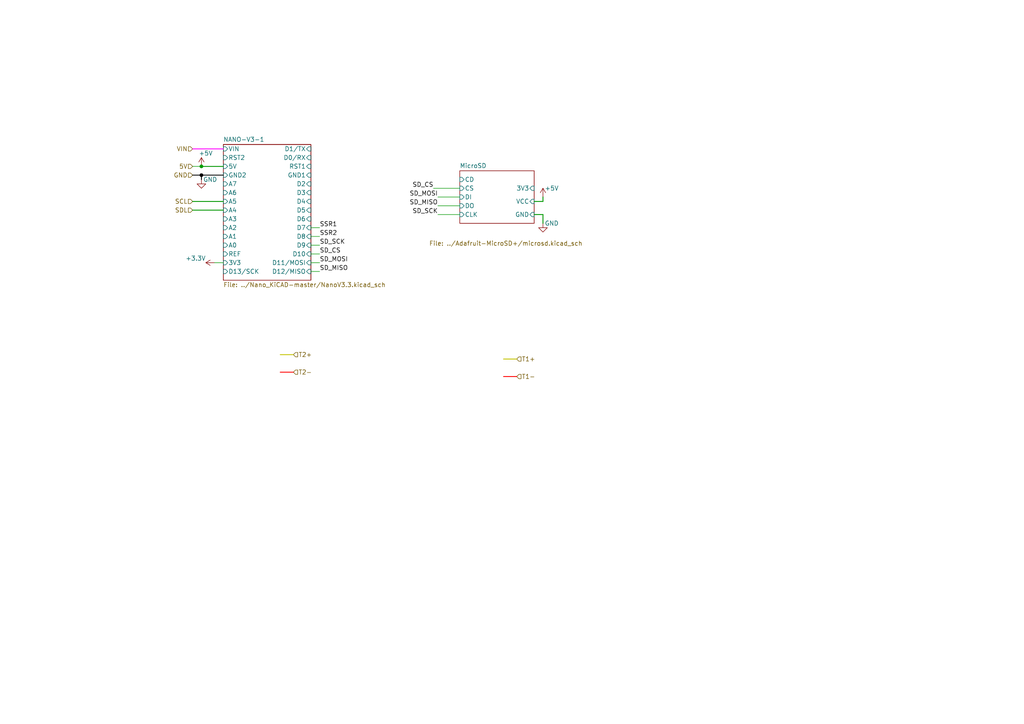
<source format=kicad_sch>
(kicad_sch (version 20230121) (generator eeschema)
  (paper "A4")
  (lib_symbols
    (symbol "GND_1" (power) (pin_names (offset 0))
      (property "Value" "GND_1" (at 0 -3.81 0))
      (symbol "GND_1_0_1"
        (polyline (pts (xy 0 0) (xy 0 -1.27) (xy 1.27 -1.27) (xy 0 -2.54) (xy -1.27 -1.27) (xy 0 -1.27)))
      )
      (symbol "GND_1_1_1"
        (pin power_in line (at 0 0 270) (length 0) hide (name "GND") (number "1"))
      )
    )
    (symbol "power:+3.3V" (power) (pin_names (offset 0))
      (property "Value" "+3.3V" (at 0 3.556 0))
      (symbol "+3.3V_0_1"
        (polyline (pts (xy -0.762 1.27) (xy 0 2.54)))
        (polyline (pts (xy 0 0) (xy 0 2.54)))
        (polyline (pts (xy 0 2.54) (xy 0.762 1.27)))
      )
      (symbol "+3.3V_1_1"
        (pin power_in line (at 0 0 90) (length 0) hide (name "+3.3V") (number "1"))
      )
    )
    (symbol "power:+5V" (power) (pin_names (offset 0))
      (property "Value" "+5V" (at 0 3.556 0))
      (symbol "+5V_0_1"
        (polyline (pts (xy -0.762 1.27) (xy 0 2.54)))
        (polyline (pts (xy 0 0) (xy 0 2.54)))
        (polyline (pts (xy 0 2.54) (xy 0.762 1.27)))
      )
      (symbol "+5V_1_1"
        (pin power_in line (at 0 0 90) (length 0) hide (name "+5V") (number "1"))
      )
    )
    (symbol "power:GND" (power) (pin_names (offset 0))
      (property "Value" "GND" (at 0 -3.81 0))
      (symbol "GND_0_1"
        (polyline (pts (xy 0 0) (xy 0 -1.27) (xy 1.27 -1.27) (xy 0 -2.54) (xy -1.27 -1.27) (xy 0 -1.27)))
      )
      (symbol "GND_1_1"
        (pin power_in line (at 0 0 270) (length 0) hide (name "GND") (number "1"))
      )
    )
  )
  (junction (at 58.42 50.8) (color 0 0 0 1))
  (junction (at 58.42 48.26))
  (wire (pts (xy 92.71 73.66) (xy 90.17 73.66)))
  (wire (pts (xy 90.17 66.04) (xy 92.71 66.04)))
  (wire (pts (xy 133.35 62.23) (xy 127 62.23)))
  (wire (pts (xy 157.48 57.15) (xy 157.48 58.42)) (stroke (width 0.25)))
  (wire (pts (xy 58.42 48.26) (xy 55.88 48.26)))
  (wire (pts (xy 157.48 62.23) (xy 157.48 64.77)) (stroke (width 0.25)))
  (wire (pts (xy 133.35 59.69) (xy 127 59.69)))
  (wire (pts (xy 90.17 68.58) (xy 92.71 68.58)))
  (wire (pts (xy 58.42 50.8) (xy 64.77 50.8)) (stroke (width 0.25) (color 0 0 0 1)))
  (wire (pts (xy 90.17 71.12) (xy 92.71 71.12)))
  (wire (pts (xy 55.88 50.8) (xy 58.42 50.8)) (stroke (width 0.25) (color 0 0 0 1)))
  (wire (pts (xy 157.48 58.42) (xy 154.94 58.42)) (stroke (width 0.25)))
  (wire (pts (xy 81.28 102.87) (xy 85.09 102.87)) (stroke (width 0.25) (color 194 194 0 1)))
  (wire (pts (xy 133.35 57.15) (xy 127 57.15)))
  (wire (pts (xy 64.77 60.96) (xy 55.88 60.96)) (stroke (width 0.25)))
  (wire (pts (xy 64.77 76.2) (xy 62.23 76.2)))
  (wire (pts (xy 81.28 107.95) (xy 85.09 107.95)) (stroke (width 0.25) (color 255 0 0 1)))
  (wire (pts (xy 92.71 78.74) (xy 90.17 78.74)))
  (wire (pts (xy 133.35 54.61) (xy 125.73 54.61)))
  (wire (pts (xy 64.77 58.42) (xy 55.88 58.42)) (stroke (width 0.25)))
  (wire (pts (xy 64.77 48.26) (xy 58.42 48.26)) (stroke (width 0.25)))
  (wire (pts (xy 55.88 43.18) (xy 64.77 43.18)) (stroke (width 0.25) (color 255 0 255 1)))
  (wire (pts (xy 146.05 109.22) (xy 149.86 109.22)) (stroke (width 0.25) (color 255 0 0 1)))
  (wire (pts (xy 157.48 62.23) (xy 154.94 62.23)) (stroke (width 0.25)))
  (wire (pts (xy 58.42 50.8) (xy 58.42 52.07)) (stroke (width 0.25) (color 0 0 0 1)))
  (wire (pts (xy 146.05 104.14) (xy 149.86 104.14)) (stroke (width 0.25) (color 194 194 0 1)))
  (wire (pts (xy 92.71 76.2) (xy 90.17 76.2)))
  (label "SD_CS" (at 125.73 54.61 180))
  (label "SD_MOSI" (at 92.71 76.2 0))
  (label "SD_MISO" (at 92.71 78.74 0))
  (label "SD_MISO" (at 127 59.69 180))
  (label "SD_SCK" (at 92.71 71.12 0))
  (label "SSR1" (at 92.71 66.04 0))
  (label "SD_MOSI" (at 127 57.15 180))
  (label "SD_CS" (at 92.71 73.66 0))
  (label "SD_SCK" (at 127 62.23 180))
  (label "SSR2" (at 92.71 68.58 0))
  (hierarchical_label "T2-" (shape input) (at 85.09 107.95 0))
  (hierarchical_label "T1-" (shape input) (at 149.86 109.22 0))
  (hierarchical_label "SDL" (shape input) (at 55.88 60.96 180))
  (hierarchical_label "T2+" (shape input) (at 85.09 102.87 0))
  (hierarchical_label "GND" (shape input) (at 55.88 50.8 180))
  (hierarchical_label "VIN" (shape input) (at 55.88 43.18 180))
  (hierarchical_label "5V" (shape input) (at 55.88 48.26 180))
  (hierarchical_label "SCL" (shape input) (at 55.88 58.42 180))
  (hierarchical_label "T1+" (shape input) (at 149.86 104.14 0))
  (symbol (lib_id "power:GND") (at 58.42 52.07 0) (mirror y) (unit 1)
    (property "Reference" "#PWR?" (effects hide))
    (property "Value" "GND" (at 60.96 52.07 0))
    (instances (project "MP_v3" (path "" (reference "#PWR?") (unit 1))) (project "press_electrical_prudentia_v2_0" (path "" (reference "#PWR010") (unit 1)) (path "" (reference "#PWR027") (unit 1)) (path "" (reference "#PWR029") (unit 1))))
  )
  (symbol (lib_name "GND_1") (lib_id "power:GND") (at 157.48 64.77 0) (unit 1)
    (property "Reference" "#PWR04" (effects hide))
    (property "Value" "GND" (at 160.02 64.77 0))
  )
  (symbol (lib_id "power:+5V") (at 58.42 48.26 0) (mirror y) (unit 1)
    (property "Reference" "#PWR048" (effects hide))
    (property "Value" "+5V" (at 59.69 44.45 0))
    (instances (project "press_electrical_prudentia_v2_0" (path "" (reference "#PWR048") (unit 1)) (path "" (reference "#PWR026") (unit 1)) (path "" (reference "#PWR028") (unit 1))))
  )
  (symbol (lib_id "power:+3.3V") (at 62.23 76.2 90) (mirror x) (unit 1)
    (property "Reference" "#PWR034" (effects hide))
    (property "Value" "+3.3V" (at 59.69 74.93 90) (effects (justify left)))
    (instances (project "press_electrical_prudentia_v2_0" (path "" (reference "#PWR034") (unit 1)) (path "" (reference "#PWR099") (unit 1))))
  )
  (symbol (lib_id "power:+5V") (at 157.48 57.15 0) (unit 1)
    (property "Reference" "#PWR03" (effects hide))
    (property "Value" "+5V" (at 160.02 54.61 0))
  )
  (sheet (at 64.77 41.91) (size 25.4 39.37) (stroke (width 0.1524))
    (property "Sheetname" "NANO-V3-1" (at 64.77 41.1984 0) (effects (justify left bottom)))
    (property "Sheetfile" "../Nano_KiCAD-master/NanoV3.3.kicad_sch" (at 64.77 81.8646 0) (effects (justify left top)))
    (pin "D2" input (at 90.17 53.34 0))
    (pin "D3" input (at 90.17 55.88 0))
    (pin "D4" input (at 90.17 58.42 0))
    (pin "D7" input (at 90.17 66.04 0))
    (pin "D8" input (at 90.17 68.58 0))
    (pin "D9" input (at 90.17 71.12 0))
    (pin "D10" input (at 90.17 73.66 0))
    (pin "D11{slash}MOSI" input (at 90.17 76.2 0))
    (pin "D12{slash}MISO" input (at 90.17 78.74 0))
    (pin "D1{slash}TX" input (at 90.17 43.18 0))
    (pin "D0{slash}RX" input (at 90.17 45.72 0))
    (pin "D6" input (at 90.17 63.5 0))
    (pin "D5" input (at 90.17 60.96 0))
    (pin "5V" input (at 64.77 48.26 180))
    (pin "3V3" input (at 64.77 76.2 180))
    (pin "A1" input (at 64.77 68.58 180))
    (pin "A2" input (at 64.77 66.04 180))
    (pin "A3" input (at 64.77 63.5 180))
    (pin "A0" input (at 64.77 71.12 180))
    (pin "VIN" input (at 64.77 43.18 180))
    (pin "D13{slash}SCK" input (at 64.77 78.74 180))
    (pin "A7" input (at 64.77 53.34 180))
    (pin "A6" input (at 64.77 55.88 180))
    (pin "A4" input (at 64.77 60.96 180))
    (pin "A5" input (at 64.77 58.42 180))
    (pin "REF" input (at 64.77 73.66 180))
    (pin "RST2" input (at 64.77 45.72 180))
    (pin "RST1" input (at 90.17 48.26 0))
    (pin "GND1" input (at 90.17 50.8 0))
    (pin "GND2" input (at 64.77 50.8 180))
  )
  (sheet (at 133.35 49.53) (size 21.59 15.24) (stroke (width 0.1524))
    (property "Sheetname" "MicroSD" (at 133.35 48.8184 0) (effects (justify left bottom)))
    (property "Sheetfile" "../Adafruit-MicroSD+/microsd.kicad_sch" (at 124.46 69.85 0) (effects (justify left top)))
    (pin "GND" input (at 154.94 62.23 0))
    (pin "3V3" input (at 154.94 54.61 0))
    (pin "VCC" input (at 154.94 58.42 0))
    (pin "DI" input (at 133.35 57.15 180))
    (pin "CS" input (at 133.35 54.61 180))
    (pin "CD" input (at 133.35 52.07 180))
    (pin "CLK" input (at 133.35 62.23 180))
    (pin "DO" input (at 133.35 59.69 180))
  )
)
</source>
